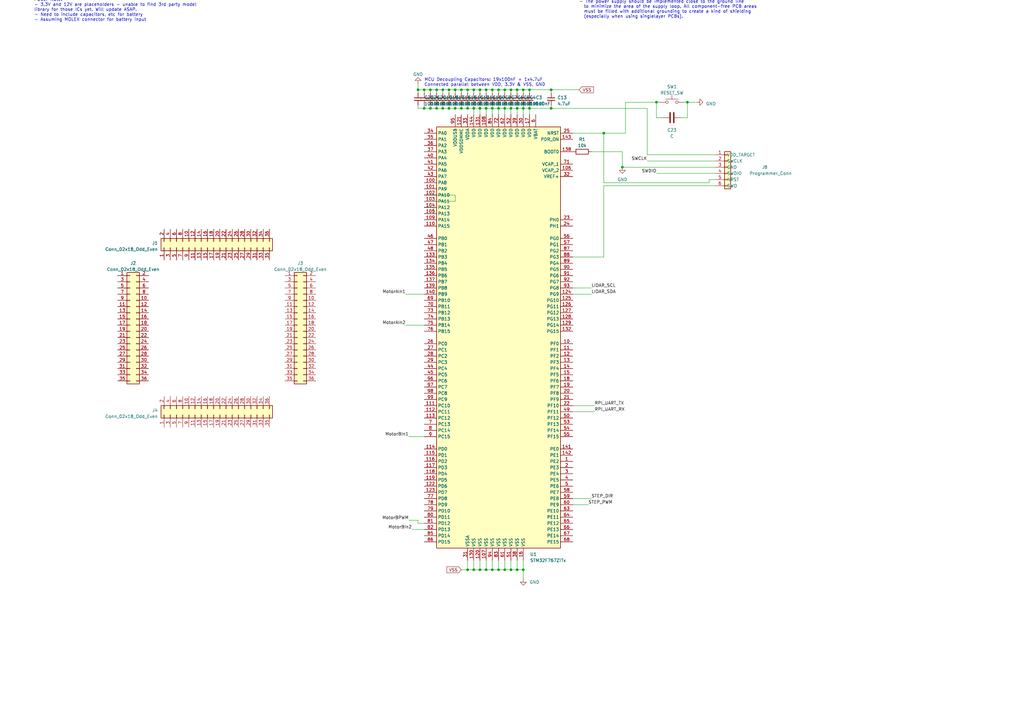
<source format=kicad_sch>
(kicad_sch (version 20230121) (generator eeschema)
  (paper "A3")
  (lib_symbols
    (symbol "Connector_Generic:Conn_02x18_Odd_Even" (pin_names (offset 1.016) hide)
      (property "Reference" "J" (at 1.27 22.86 0))
      (property "Value" "Conn_02x18_Odd_Even" (at 1.27 -25.4 0))
      (symbol "Conn_02x18_Odd_Even_1_1"
        (rectangle (start -1.27 -22.733) (end 0 -22.987) (stroke (width 0.1524)))
        (rectangle (start -1.27 -20.193) (end 0 -20.447) (stroke (width 0.1524)))
        (rectangle (start -1.27 -17.653) (end 0 -17.907) (stroke (width 0.1524)))
        (rectangle (start -1.27 -15.113) (end 0 -15.367) (stroke (width 0.1524)))
        (rectangle (start -1.27 -12.573) (end 0 -12.827) (stroke (width 0.1524)))
        (rectangle (start -1.27 -10.033) (end 0 -10.287) (stroke (width 0.1524)))
        (rectangle (start -1.27 -7.493) (end 0 -7.747) (stroke (width 0.1524)))
        (rectangle (start -1.27 -4.953) (end 0 -5.207) (stroke (width 0.1524)))
        (rectangle (start -1.27 -2.413) (end 0 -2.667) (stroke (width 0.1524)))
        (rectangle (start -1.27 0.127) (end 0 -0.127) (stroke (width 0.1524)))
        (rectangle (start -1.27 2.667) (end 0 2.413) (stroke (width 0.1524)))
        (rectangle (start -1.27 5.207) (end 0 4.953) (stroke (width 0.1524)))
        (rectangle (start -1.27 7.747) (end 0 7.493) (stroke (width 0.1524)))
        (rectangle (start -1.27 10.287) (end 0 10.033) (stroke (width 0.1524)))
        (rectangle (start -1.27 12.827) (end 0 12.573) (stroke (width 0.1524)))
        (rectangle (start -1.27 15.367) (end 0 15.113) (stroke (width 0.1524)))
        (rectangle (start -1.27 17.907) (end 0 17.653) (stroke (width 0.1524)))
        (rectangle (start -1.27 20.447) (end 0 20.193) (stroke (width 0.1524)))
        (rectangle (start -1.27 21.59) (end 3.81 -24.13) (stroke (width 0.254)) (fill (type background)))
        (rectangle (start 3.81 -22.733) (end 2.54 -22.987) (stroke (width 0.1524)))
        (rectangle (start 3.81 -20.193) (end 2.54 -20.447) (stroke (width 0.1524)))
        (rectangle (start 3.81 -17.653) (end 2.54 -17.907) (stroke (width 0.1524)))
        (rectangle (start 3.81 -15.113) (end 2.54 -15.367) (stroke (width 0.1524)))
        (rectangle (start 3.81 -12.573) (end 2.54 -12.827) (stroke (width 0.1524)))
        (rectangle (start 3.81 -10.033) (end 2.54 -10.287) (stroke (width 0.1524)))
        (rectangle (start 3.81 -7.493) (end 2.54 -7.747) (stroke (width 0.1524)))
        (rectangle (start 3.81 -4.953) (end 2.54 -5.207) (stroke (width 0.1524)))
        (rectangle (start 3.81 -2.413) (end 2.54 -2.667) (stroke (width 0.1524)))
        (rectangle (start 3.81 0.127) (end 2.54 -0.127) (stroke (width 0.1524)))
        (rectangle (start 3.81 2.667) (end 2.54 2.413) (stroke (width 0.1524)))
        (rectangle (start 3.81 5.207) (end 2.54 4.953) (stroke (width 0.1524)))
        (rectangle (start 3.81 7.747) (end 2.54 7.493) (stroke (width 0.1524)))
        (rectangle (start 3.81 10.287) (end 2.54 10.033) (stroke (width 0.1524)))
        (rectangle (start 3.81 12.827) (end 2.54 12.573) (stroke (width 0.1524)))
        (rectangle (start 3.81 15.367) (end 2.54 15.113) (stroke (width 0.1524)))
        (rectangle (start 3.81 17.907) (end 2.54 17.653) (stroke (width 0.1524)))
        (rectangle (start 3.81 20.447) (end 2.54 20.193) (stroke (width 0.1524)))
        (pin passive line (at -5.08 20.32 0) (length 3.81) (name "Pin_1") (number "1"))
        (pin passive line (at 7.62 10.16 180) (length 3.81) (name "Pin_10") (number "10"))
        (pin passive line (at -5.08 7.62 0) (length 3.81) (name "Pin_11") (number "11"))
        (pin passive line (at 7.62 7.62 180) (length 3.81) (name "Pin_12") (number "12"))
        (pin passive line (at -5.08 5.08 0) (length 3.81) (name "Pin_13") (number "13"))
        (pin passive line (at 7.62 5.08 180) (length 3.81) (name "Pin_14") (number "14"))
        (pin passive line (at -5.08 2.54 0) (length 3.81) (name "Pin_15") (number "15"))
        (pin passive line (at 7.62 2.54 180) (length 3.81) (name "Pin_16") (number "16"))
        (pin passive line (at -5.08 0 0) (length 3.81) (name "Pin_17") (number "17"))
        (pin passive line (at 7.62 0 180) (length 3.81) (name "Pin_18") (number "18"))
        (pin passive line (at -5.08 -2.54 0) (length 3.81) (name "Pin_19") (number "19"))
        (pin passive line (at 7.62 20.32 180) (length 3.81) (name "Pin_2") (number "2"))
        (pin passive line (at 7.62 -2.54 180) (length 3.81) (name "Pin_20") (number "20"))
        (pin passive line (at -5.08 -5.08 0) (length 3.81) (name "Pin_21") (number "21"))
        (pin passive line (at 7.62 -5.08 180) (length 3.81) (name "Pin_22") (number "22"))
        (pin passive line (at -5.08 -7.62 0) (length 3.81) (name "Pin_23") (number "23"))
        (pin passive line (at 7.62 -7.62 180) (length 3.81) (name "Pin_24") (number "24"))
        (pin passive line (at -5.08 -10.16 0) (length 3.81) (name "Pin_25") (number "25"))
        (pin passive line (at 7.62 -10.16 180) (length 3.81) (name "Pin_26") (number "26"))
        (pin passive line (at -5.08 -12.7 0) (length 3.81) (name "Pin_27") (number "27"))
        (pin passive line (at 7.62 -12.7 180) (length 3.81) (name "Pin_28") (number "28"))
        (pin passive line (at -5.08 -15.24 0) (length 3.81) (name "Pin_29") (number "29"))
        (pin passive line (at -5.08 17.78 0) (length 3.81) (name "Pin_3") (number "3"))
        (pin passive line (at 7.62 -15.24 180) (length 3.81) (name "Pin_30") (number "30"))
        (pin passive line (at -5.08 -17.78 0) (length 3.81) (name "Pin_31") (number "31"))
        (pin passive line (at 7.62 -17.78 180) (length 3.81) (name "Pin_32") (number "32"))
        (pin passive line (at -5.08 -20.32 0) (length 3.81) (name "Pin_33") (number "33"))
        (pin passive line (at 7.62 -20.32 180) (length 3.81) (name "Pin_34") (number "34"))
        (pin passive line (at -5.08 -22.86 0) (length 3.81) (name "Pin_35") (number "35"))
        (pin passive line (at 7.62 -22.86 180) (length 3.81) (name "Pin_36") (number "36"))
        (pin passive line (at 7.62 17.78 180) (length 3.81) (name "Pin_4") (number "4"))
        (pin passive line (at -5.08 15.24 0) (length 3.81) (name "Pin_5") (number "5"))
        (pin passive line (at 7.62 15.24 180) (length 3.81) (name "Pin_6") (number "6"))
        (pin passive line (at -5.08 12.7 0) (length 3.81) (name "Pin_7") (number "7"))
        (pin passive line (at 7.62 12.7 180) (length 3.81) (name "Pin_8") (number "8"))
        (pin passive line (at -5.08 10.16 0) (length 3.81) (name "Pin_9") (number "9"))
      )
    )
    (symbol "Device:C" (pin_numbers hide) (pin_names (offset 0.254))
      (property "Reference" "C" (at 0.635 2.54 0))
      (property "Value" "C" (at 0.635 -2.54 0))
      (symbol "C_0_1"
        (polyline (pts (xy -2.032 -0.762) (xy 2.032 -0.762)) (stroke (width 0.508)))
        (polyline (pts (xy -2.032 0.762) (xy 2.032 0.762)) (stroke (width 0.508)))
      )
      (symbol "C_1_1"
        (pin passive line (at 0 3.81 270) (length 2.794) (name "~") (number "1"))
        (pin passive line (at 0 -3.81 90) (length 2.794) (name "~") (number "2"))
      )
    )
    (symbol "Device:C_Small" (pin_numbers hide) (pin_names (offset 0.254) hide)
      (property "Reference" "C" (at 0.254 1.778 0))
      (property "Value" "C_Small" (at 0.254 -2.032 0))
      (symbol "C_Small_0_1"
        (polyline (pts (xy -1.524 -0.508) (xy 1.524 -0.508)) (stroke (width 0.3302)))
        (polyline (pts (xy -1.524 0.508) (xy 1.524 0.508)) (stroke (width 0.3048)))
      )
      (symbol "C_Small_1_1"
        (pin passive line (at 0 2.54 270) (length 2.032) (name "~") (number "1"))
        (pin passive line (at 0 -2.54 90) (length 2.032) (name "~") (number "2"))
      )
    )
    (symbol "Device:R" (pin_numbers hide) (pin_names (offset 0))
      (property "Reference" "R" (at 2.032 0 90))
      (property "Value" "R" (at 0 0 90))
      (symbol "R_0_1"
        (rectangle (start -1.016 -2.54) (end 1.016 2.54) (stroke (width 0.254)))
      )
      (symbol "R_1_1"
        (pin passive line (at 0 3.81 270) (length 1.27) (name "~") (number "1"))
        (pin passive line (at 0 -3.81 90) (length 1.27) (name "~") (number "2"))
      )
    )
    (symbol "MCU_ST_STM32F7:STM32F767ZITx"
      (property "Reference" "U" (at -25.4 87.63 0))
      (property "Value" "STM32F767ZITx" (at 20.32 87.63 0))
      (symbol "STM32F767ZITx_0_1"
        (rectangle (start -25.4 -86.36) (end 25.4 86.36) (stroke (width 0.254)) (fill (type background)))
      )
      (symbol "STM32F767ZITx_1_1"
        (pin bidirectional line (at -30.48 -50.8 0) (length 5.08) (name "PE2") (number "1"))
        (pin bidirectional line (at -30.48 -2.54 0) (length 5.08) (name "PF0") (number "10"))
        (pin bidirectional line (at 30.48 63.5 180) (length 5.08) (name "PA8") (number "100"))
        (pin bidirectional line (at 30.48 60.96 180) (length 5.08) (name "PA9") (number "101"))
        (pin bidirectional line (at 30.48 58.42 180) (length 5.08) (name "PA10") (number "102"))
        (pin bidirectional line (at 30.48 55.88 180) (length 5.08) (name "PA11") (number "103"))
        (pin bidirectional line (at 30.48 53.34 180) (length 5.08) (name "PA12") (number "104"))
        (pin bidirectional line (at 30.48 50.8 180) (length 5.08) (name "PA13") (number "105"))
        (pin power_in line (at -30.48 68.58 0) (length 5.08) (name "VCAP_2") (number "106"))
        (pin power_in line (at 5.08 -91.44 90) (length 5.08) (name "VSS") (number "107"))
        (pin power_in line (at 5.08 91.44 270) (length 5.08) (name "VDD") (number "108"))
        (pin bidirectional line (at 30.48 48.26 180) (length 5.08) (name "PA14") (number "109"))
        (pin bidirectional line (at -30.48 -5.08 0) (length 5.08) (name "PF1") (number "11"))
        (pin bidirectional line (at 30.48 45.72 180) (length 5.08) (name "PA15") (number "110"))
        (pin bidirectional line (at 30.48 -27.94 180) (length 5.08) (name "PC10") (number "111"))
        (pin bidirectional line (at 30.48 -30.48 180) (length 5.08) (name "PC11") (number "112"))
        (pin bidirectional line (at 30.48 -33.02 180) (length 5.08) (name "PC12") (number "113"))
        (pin bidirectional line (at 30.48 -45.72 180) (length 5.08) (name "PD0") (number "114"))
        (pin bidirectional line (at 30.48 -48.26 180) (length 5.08) (name "PD1") (number "115"))
        (pin bidirectional line (at 30.48 -50.8 180) (length 5.08) (name "PD2") (number "116"))
        (pin bidirectional line (at 30.48 -53.34 180) (length 5.08) (name "PD3") (number "117"))
        (pin bidirectional line (at 30.48 -55.88 180) (length 5.08) (name "PD4") (number "118"))
        (pin bidirectional line (at 30.48 -58.42 180) (length 5.08) (name "PD5") (number "119"))
        (pin bidirectional line (at -30.48 -7.62 0) (length 5.08) (name "PF2") (number "12"))
        (pin power_in line (at 7.62 -91.44 90) (length 5.08) (name "VSS") (number "120"))
        (pin power_in line (at 15.24 91.44 270) (length 5.08) (name "VDDSDMMC") (number "121"))
        (pin bidirectional line (at 30.48 -60.96 180) (length 5.08) (name "PD6") (number "122"))
        (pin bidirectional line (at 30.48 -63.5 180) (length 5.08) (name "PD7") (number "123"))
        (pin bidirectional line (at -30.48 17.78 0) (length 5.08) (name "PG9") (number "124"))
        (pin bidirectional line (at -30.48 15.24 0) (length 5.08) (name "PG10") (number "125"))
        (pin bidirectional line (at -30.48 12.7 0) (length 5.08) (name "PG11") (number "126"))
        (pin bidirectional line (at -30.48 10.16 0) (length 5.08) (name "PG12") (number "127"))
        (pin bidirectional line (at -30.48 7.62 0) (length 5.08) (name "PG13") (number "128"))
        (pin bidirectional line (at -30.48 5.08 0) (length 5.08) (name "PG14") (number "129"))
        (pin bidirectional line (at -30.48 -10.16 0) (length 5.08) (name "PF3") (number "13"))
        (pin power_in line (at 10.16 -91.44 90) (length 5.08) (name "VSS") (number "130"))
        (pin power_in line (at 7.62 91.44 270) (length 5.08) (name "VDD") (number "131"))
        (pin bidirectional line (at -30.48 2.54 0) (length 5.08) (name "PG15") (number "132"))
        (pin bidirectional line (at 30.48 33.02 180) (length 5.08) (name "PB3") (number "133"))
        (pin bidirectional line (at 30.48 30.48 180) (length 5.08) (name "PB4") (number "134"))
        (pin bidirectional line (at 30.48 27.94 180) (length 5.08) (name "PB5") (number "135"))
        (pin bidirectional line (at 30.48 25.4 180) (length 5.08) (name "PB6") (number "136"))
        (pin bidirectional line (at 30.48 22.86 180) (length 5.08) (name "PB7") (number "137"))
        (pin input line (at -30.48 76.2 0) (length 5.08) (name "BOOT0") (number "138"))
        (pin bidirectional line (at 30.48 20.32 180) (length 5.08) (name "PB8") (number "139"))
        (pin bidirectional line (at -30.48 -12.7 0) (length 5.08) (name "PF4") (number "14"))
        (pin bidirectional line (at 30.48 17.78 180) (length 5.08) (name "PB9") (number "140"))
        (pin bidirectional line (at -30.48 -45.72 0) (length 5.08) (name "PE0") (number "141"))
        (pin bidirectional line (at -30.48 -48.26 0) (length 5.08) (name "PE1") (number "142"))
        (pin input line (at -30.48 81.28 0) (length 5.08) (name "PDR_ON") (number "143"))
        (pin power_in line (at 10.16 91.44 270) (length 5.08) (name "VDD") (number "144"))
        (pin bidirectional line (at -30.48 -15.24 0) (length 5.08) (name "PF5") (number "15"))
        (pin power_in line (at -10.16 -91.44 90) (length 5.08) (name "VSS") (number "16"))
        (pin power_in line (at -12.7 91.44 270) (length 5.08) (name "VDD") (number "17"))
        (pin bidirectional line (at -30.48 -17.78 0) (length 5.08) (name "PF6") (number "18"))
        (pin bidirectional line (at -30.48 -20.32 0) (length 5.08) (name "PF7") (number "19"))
        (pin bidirectional line (at -30.48 -53.34 0) (length 5.08) (name "PE3") (number "2"))
        (pin bidirectional line (at -30.48 -22.86 0) (length 5.08) (name "PF8") (number "20"))
        (pin bidirectional line (at -30.48 -25.4 0) (length 5.08) (name "PF9") (number "21"))
        (pin bidirectional line (at -30.48 -27.94 0) (length 5.08) (name "PF10") (number "22"))
        (pin input line (at -30.48 48.26 0) (length 5.08) (name "PH0") (number "23"))
        (pin input line (at -30.48 45.72 0) (length 5.08) (name "PH1") (number "24"))
        (pin input line (at -30.48 83.82 0) (length 5.08) (name "NRST") (number "25"))
        (pin bidirectional line (at 30.48 -2.54 180) (length 5.08) (name "PC0") (number "26"))
        (pin bidirectional line (at 30.48 -5.08 180) (length 5.08) (name "PC1") (number "27"))
        (pin bidirectional line (at 30.48 -7.62 180) (length 5.08) (name "PC2") (number "28"))
        (pin bidirectional line (at 30.48 -10.16 180) (length 5.08) (name "PC3") (number "29"))
        (pin bidirectional line (at -30.48 -55.88 0) (length 5.08) (name "PE4") (number "3"))
        (pin power_in line (at -10.16 91.44 270) (length 5.08) (name "VDD") (number "30"))
        (pin power_in line (at 12.7 -91.44 90) (length 5.08) (name "VSSA") (number "31"))
        (pin power_in line (at -30.48 66.04 0) (length 5.08) (name "VREF+") (number "32"))
        (pin power_in line (at 12.7 91.44 270) (length 5.08) (name "VDDA") (number "33"))
        (pin bidirectional line (at 30.48 83.82 180) (length 5.08) (name "PA0") (number "34"))
        (pin bidirectional line (at 30.48 81.28 180) (length 5.08) (name "PA1") (number "35"))
        (pin bidirectional line (at 30.48 78.74 180) (length 5.08) (name "PA2") (number "36"))
        (pin bidirectional line (at 30.48 76.2 180) (length 5.08) (name "PA3") (number "37"))
        (pin power_in line (at -7.62 -91.44 90) (length 5.08) (name "VSS") (number "38"))
        (pin power_in line (at -7.62 91.44 270) (length 5.08) (name "VDD") (number "39"))
        (pin bidirectional line (at -30.48 -58.42 0) (length 5.08) (name "PE5") (number "4"))
        (pin bidirectional line (at 30.48 73.66 180) (length 5.08) (name "PA4") (number "40"))
        (pin bidirectional line (at 30.48 71.12 180) (length 5.08) (name "PA5") (number "41"))
        (pin bidirectional line (at 30.48 68.58 180) (length 5.08) (name "PA6") (number "42"))
        (pin bidirectional line (at 30.48 66.04 180) (length 5.08) (name "PA7") (number "43"))
        (pin bidirectional line (at 30.48 -12.7 180) (length 5.08) (name "PC4") (number "44"))
        (pin bidirectional line (at 30.48 -15.24 180) (length 5.08) (name "PC5") (number "45"))
        (pin bidirectional line (at 30.48 40.64 180) (length 5.08) (name "PB0") (number "46"))
        (pin bidirectional line (at 30.48 38.1 180) (length 5.08) (name "PB1") (number "47"))
        (pin bidirectional line (at 30.48 35.56 180) (length 5.08) (name "PB2") (number "48"))
        (pin bidirectional line (at -30.48 -30.48 0) (length 5.08) (name "PF11") (number "49"))
        (pin bidirectional line (at -30.48 -60.96 0) (length 5.08) (name "PE6") (number "5"))
        (pin bidirectional line (at -30.48 -33.02 0) (length 5.08) (name "PF12") (number "50"))
        (pin power_in line (at -5.08 -91.44 90) (length 5.08) (name "VSS") (number "51"))
        (pin power_in line (at -5.08 91.44 270) (length 5.08) (name "VDD") (number "52"))
        (pin bidirectional line (at -30.48 -35.56 0) (length 5.08) (name "PF13") (number "53"))
        (pin bidirectional line (at -30.48 -38.1 0) (length 5.08) (name "PF14") (number "54"))
        (pin bidirectional line (at -30.48 -40.64 0) (length 5.08) (name "PF15") (number "55"))
        (pin bidirectional line (at -30.48 40.64 0) (length 5.08) (name "PG0") (number "56"))
        (pin bidirectional line (at -30.48 38.1 0) (length 5.08) (name "PG1") (number "57"))
        (pin bidirectional line (at -30.48 -63.5 0) (length 5.08) (name "PE7") (number "58"))
        (pin bidirectional line (at -30.48 -66.04 0) (length 5.08) (name "PE8") (number "59"))
        (pin power_in line (at -15.24 91.44 270) (length 5.08) (name "VBAT") (number "6"))
        (pin bidirectional line (at -30.48 -68.58 0) (length 5.08) (name "PE9") (number "60"))
        (pin power_in line (at -2.54 -91.44 90) (length 5.08) (name "VSS") (number "61"))
        (pin power_in line (at -2.54 91.44 270) (length 5.08) (name "VDD") (number "62"))
        (pin bidirectional line (at -30.48 -71.12 0) (length 5.08) (name "PE10") (number "63"))
        (pin bidirectional line (at -30.48 -73.66 0) (length 5.08) (name "PE11") (number "64"))
        (pin bidirectional line (at -30.48 -76.2 0) (length 5.08) (name "PE12") (number "65"))
        (pin bidirectional line (at -30.48 -78.74 0) (length 5.08) (name "PE13") (number "66"))
        (pin bidirectional line (at -30.48 -81.28 0) (length 5.08) (name "PE14") (number "67"))
        (pin bidirectional line (at -30.48 -83.82 0) (length 5.08) (name "PE15") (number "68"))
        (pin bidirectional line (at 30.48 15.24 180) (length 5.08) (name "PB10") (number "69"))
        (pin bidirectional line (at 30.48 -35.56 180) (length 5.08) (name "PC13") (number "7"))
        (pin bidirectional line (at 30.48 12.7 180) (length 5.08) (name "PB11") (number "70"))
        (pin power_in line (at -30.48 71.12 0) (length 5.08) (name "VCAP_1") (number "71"))
        (pin power_in line (at 0 91.44 270) (length 5.08) (name "VDD") (number "72"))
        (pin bidirectional line (at 30.48 10.16 180) (length 5.08) (name "PB12") (number "73"))
        (pin bidirectional line (at 30.48 7.62 180) (length 5.08) (name "PB13") (number "74"))
        (pin bidirectional line (at 30.48 5.08 180) (length 5.08) (name "PB14") (number "75"))
        (pin bidirectional line (at 30.48 2.54 180) (length 5.08) (name "PB15") (number "76"))
        (pin bidirectional line (at 30.48 -66.04 180) (length 5.08) (name "PD8") (number "77"))
        (pin bidirectional line (at 30.48 -68.58 180) (length 5.08) (name "PD9") (number "78"))
        (pin bidirectional line (at 30.48 -71.12 180) (length 5.08) (name "PD10") (number "79"))
        (pin bidirectional line (at 30.48 -38.1 180) (length 5.08) (name "PC14") (number "8"))
        (pin bidirectional line (at 30.48 -73.66 180) (length 5.08) (name "PD11") (number "80"))
        (pin bidirectional line (at 30.48 -76.2 180) (length 5.08) (name "PD12") (number "81"))
        (pin bidirectional line (at 30.48 -78.74 180) (length 5.08) (name "PD13") (number "82"))
        (pin power_in line (at 0 -91.44 90) (length 5.08) (name "VSS") (number "83"))
        (pin power_in line (at 2.54 91.44 270) (length 5.08) (name "VDD") (number "84"))
        (pin bidirectional line (at 30.48 -81.28 180) (length 5.08) (name "PD14") (number "85"))
        (pin bidirectional line (at 30.48 -83.82 180) (length 5.08) (name "PD15") (number "86"))
        (pin bidirectional line (at -30.48 35.56 0) (length 5.08) (name "PG2") (number "87"))
        (pin bidirectional line (at -30.48 33.02 0) (length 5.08) (name "PG3") (number "88"))
        (pin bidirectional line (at -30.48 30.48 0) (length 5.08) (name "PG4") (number "89"))
        (pin bidirectional line (at 30.48 -40.64 180) (length 5.08) (name "PC15") (number "9"))
        (pin bidirectional line (at -30.48 27.94 0) (length 5.08) (name "PG5") (number "90"))
        (pin bidirectional line (at -30.48 25.4 0) (length 5.08) (name "PG6") (number "91"))
        (pin bidirectional line (at -30.48 22.86 0) (length 5.08) (name "PG7") (number "92"))
        (pin bidirectional line (at -30.48 20.32 0) (length 5.08) (name "PG8") (number "93"))
        (pin power_in line (at 2.54 -91.44 90) (length 5.08) (name "VSS") (number "94"))
        (pin power_in line (at 17.78 91.44 270) (length 5.08) (name "VDDUSB") (number "95"))
        (pin bidirectional line (at 30.48 -17.78 180) (length 5.08) (name "PC6") (number "96"))
        (pin bidirectional line (at 30.48 -20.32 180) (length 5.08) (name "PC7") (number "97"))
        (pin bidirectional line (at 30.48 -22.86 180) (length 5.08) (name "PC8") (number "98"))
        (pin bidirectional line (at 30.48 -25.4 180) (length 5.08) (name "PC9") (number "99"))
      )
    )
    (symbol "Switch:SW_Push" (pin_numbers hide) (pin_names (offset 1.016) hide)
      (property "Reference" "SW" (at 1.27 2.54 0))
      (property "Value" "SW_Push" (at 0 -1.524 0))
      (symbol "SW_Push_0_1"
        (circle (center -2.032 0) (radius 0.508))
        (polyline (pts (xy 0 1.27) (xy 0 3.048)))
        (polyline (pts (xy 2.54 1.27) (xy -2.54 1.27)))
        (circle (center 2.032 0) (radius 0.508))
        (pin passive line (at -5.08 0 0) (length 2.54) (name "1") (number "1"))
        (pin passive line (at 5.08 0 180) (length 2.54) (name "2") (number "2"))
      )
    )
    (symbol "finalProj:Programmer_Conn" (pin_names (offset 1.016))
      (property "Reference" "J" (at 0 7.62 0))
      (property "Value" "Programmer_Conn" (at 0 -10.16 0))
      (symbol "Programmer_Conn_1_1"
        (rectangle (start -1.27 -7.493) (end 0 -7.747) (stroke (width 0.1524)))
        (rectangle (start -1.27 -4.953) (end 0 -5.207) (stroke (width 0.1524)))
        (rectangle (start -1.27 -2.413) (end 0 -2.667) (stroke (width 0.1524)))
        (rectangle (start -1.27 0.127) (end 0 -0.127) (stroke (width 0.1524)))
        (rectangle (start -1.27 2.667) (end 0 2.413) (stroke (width 0.1524)))
        (rectangle (start -1.27 5.207) (end 0 4.953) (stroke (width 0.1524)))
        (rectangle (start -1.27 6.35) (end 1.27 -8.89) (stroke (width 0.254)) (fill (type background)))
        (pin passive line (at -5.08 5.08 0) (length 3.81) (name "VDD_TARGET") (number "1"))
        (pin passive line (at -5.08 2.54 0) (length 3.81) (name "SWCLK") (number "2"))
        (pin passive line (at -5.08 0 0) (length 3.81) (name "GND") (number "3"))
        (pin passive line (at -5.08 -2.54 0) (length 3.81) (name "SWDIO") (number "4"))
        (pin passive line (at -5.08 -5.08 0) (length 3.81) (name "NRST") (number "5"))
        (pin passive line (at -5.08 -7.62 0) (length 3.81) (name "SWO") (number "6"))
      )
    )
    (symbol "power:GND" (power) (pin_names (offset 0))
      (property "Value" "GND" (at 0 -3.81 0))
      (symbol "GND_0_1"
        (polyline (pts (xy 0 0) (xy 0 -1.27) (xy 1.27 -1.27) (xy 0 -2.54) (xy -1.27 -1.27) (xy 0 -1.27)))
      )
      (symbol "GND_1_1"
        (pin power_in line (at 0 0 270) (length 0) hide (name "GND") (number "1"))
      )
    )
  )
  (junction (at 191.77 36.83))
  (junction (at 212.09 36.83))
  (junction (at 184.15 44.45))
  (junction (at 255.27 68.58))
  (junction (at 201.93 36.83))
  (junction (at 269.24 41.91))
  (junction (at 191.77 44.45))
  (junction (at 181.61 44.45))
  (junction (at 186.69 44.45))
  (junction (at 209.55 233.68))
  (junction (at 201.93 233.68))
  (junction (at 204.47 233.68))
  (junction (at 173.99 36.83))
  (junction (at 196.85 44.45))
  (junction (at 176.53 36.83))
  (junction (at 179.07 44.45))
  (junction (at 199.39 44.45))
  (junction (at 207.01 36.83))
  (junction (at 207.01 44.45))
  (junction (at 189.23 36.83))
  (junction (at 214.63 36.83))
  (junction (at 209.55 36.83))
  (junction (at 281.94 41.91))
  (junction (at 207.01 233.68))
  (junction (at 217.17 44.45))
  (junction (at 196.85 233.68))
  (junction (at 186.69 36.83))
  (junction (at 226.06 36.83))
  (junction (at 204.47 44.45))
  (junction (at 214.63 233.68))
  (junction (at 179.07 36.83))
  (junction (at 176.53 44.45))
  (junction (at 209.55 44.45))
  (junction (at 171.45 36.83))
  (junction (at 191.77 233.68))
  (junction (at 194.31 36.83))
  (junction (at 247.65 54.61))
  (junction (at 173.99 44.45))
  (junction (at 194.31 44.45))
  (junction (at 181.61 36.83))
  (junction (at 204.47 36.83))
  (junction (at 196.85 36.83))
  (junction (at 194.31 233.68))
  (junction (at 199.39 233.68))
  (junction (at 212.09 44.45))
  (junction (at 199.39 36.83))
  (junction (at 226.06 44.45))
  (junction (at 217.17 36.83))
  (junction (at 201.93 44.45))
  (junction (at 214.63 44.45))
  (junction (at 184.15 36.83))
  (junction (at 212.09 233.68))
  (junction (at 189.23 44.45))
  (wire (pts (xy 207.01 229.87) (xy 207.01 233.68)))
  (wire (pts (xy 247.65 74.93) (xy 247.65 54.61)))
  (wire (pts (xy 217.17 38.1) (xy 217.17 36.83)))
  (wire (pts (xy 176.53 36.83) (xy 179.07 36.83)))
  (wire (pts (xy 191.77 43.18) (xy 191.77 44.45)))
  (wire (pts (xy 242.57 62.23) (xy 255.27 62.23)))
  (wire (pts (xy 269.24 41.91) (xy 269.24 48.26)))
  (wire (pts (xy 226.06 44.45) (xy 265.43 44.45)))
  (wire (pts (xy 209.55 233.68) (xy 212.09 233.68)))
  (wire (pts (xy 290.83 74.93) (xy 290.83 73.66)))
  (wire (pts (xy 269.24 71.12) (xy 293.37 71.12)))
  (wire (pts (xy 194.31 44.45) (xy 194.31 46.99)))
  (wire (pts (xy 166.37 120.65) (xy 173.99 120.65)))
  (wire (pts (xy 181.61 36.83) (xy 181.61 38.1)))
  (wire (pts (xy 199.39 44.45) (xy 201.93 44.45)))
  (wire (pts (xy 191.77 44.45) (xy 194.31 44.45)))
  (wire (pts (xy 207.01 44.45) (xy 209.55 44.45)))
  (wire (pts (xy 209.55 36.83) (xy 212.09 36.83)))
  (wire (pts (xy 181.61 43.18) (xy 181.61 44.45)))
  (wire (pts (xy 247.65 54.61) (xy 234.95 54.61)))
  (wire (pts (xy 209.55 44.45) (xy 212.09 44.45)))
  (wire (pts (xy 179.07 36.83) (xy 179.07 38.1)))
  (wire (pts (xy 171.45 44.45) (xy 173.99 44.45)))
  (wire (pts (xy 214.63 43.18) (xy 214.63 44.45)))
  (wire (pts (xy 281.94 48.26) (xy 281.94 41.91)))
  (wire (pts (xy 194.31 233.68) (xy 196.85 233.68)))
  (wire (pts (xy 207.01 233.68) (xy 209.55 233.68)))
  (wire (pts (xy 189.23 43.18) (xy 189.23 44.45)))
  (wire (pts (xy 209.55 43.18) (xy 209.55 44.45)))
  (wire (pts (xy 293.37 63.5) (xy 265.43 63.5)))
  (wire (pts (xy 234.95 168.91) (xy 243.84 168.91)))
  (wire (pts (xy 166.37 133.35) (xy 173.99 133.35)))
  (wire (pts (xy 234.95 105.41) (xy 247.65 105.41)))
  (wire (pts (xy 196.85 44.45) (xy 196.85 46.99)))
  (wire (pts (xy 293.37 66.04) (xy 265.43 66.04)))
  (wire (pts (xy 171.45 43.18) (xy 171.45 44.45)))
  (wire (pts (xy 199.39 38.1) (xy 199.39 36.83)))
  (wire (pts (xy 234.95 207.01) (xy 241.3 207.01)))
  (wire (pts (xy 171.45 34.29) (xy 171.45 36.83)))
  (wire (pts (xy 176.53 43.18) (xy 176.53 44.45)))
  (wire (pts (xy 177.8 87.63) (xy 173.99 87.63)))
  (wire (pts (xy 209.55 44.45) (xy 209.55 46.99)))
  (wire (pts (xy 201.93 38.1) (xy 201.93 36.83)))
  (wire (pts (xy 186.69 82.55) (xy 173.99 82.55)))
  (wire (pts (xy 173.99 36.83) (xy 173.99 38.1)))
  (wire (pts (xy 256.54 41.91) (xy 256.54 54.61)))
  (wire (pts (xy 184.15 43.18) (xy 184.15 44.45)))
  (wire (pts (xy 247.65 54.61) (xy 256.54 54.61)))
  (wire (pts (xy 204.47 36.83) (xy 207.01 36.83)))
  (wire (pts (xy 281.94 41.91) (xy 285.75 41.91)))
  (wire (pts (xy 189.23 36.83) (xy 191.77 36.83)))
  (wire (pts (xy 207.01 43.18) (xy 207.01 44.45)))
  (wire (pts (xy 186.69 44.45) (xy 189.23 44.45)))
  (wire (pts (xy 214.63 36.83) (xy 217.17 36.83)))
  (wire (pts (xy 226.06 38.1) (xy 226.06 36.83)))
  (wire (pts (xy 189.23 233.68) (xy 191.77 233.68)))
  (wire (pts (xy 269.24 41.91) (xy 256.54 41.91)))
  (wire (pts (xy 247.65 74.93) (xy 290.83 74.93)))
  (wire (pts (xy 191.77 229.87) (xy 191.77 233.68)))
  (wire (pts (xy 179.07 36.83) (xy 181.61 36.83)))
  (wire (pts (xy 255.27 62.23) (xy 255.27 68.58)))
  (wire (pts (xy 212.09 38.1) (xy 212.09 36.83)))
  (wire (pts (xy 201.93 43.18) (xy 201.93 44.45)))
  (wire (pts (xy 186.69 80.01) (xy 173.99 80.01)))
  (wire (pts (xy 199.39 229.87) (xy 199.39 233.68)))
  (wire (pts (xy 173.99 214.63) (xy 171.45 214.63)))
  (wire (pts (xy 217.17 44.45) (xy 217.17 46.99)))
  (wire (pts (xy 201.93 44.45) (xy 201.93 46.99)))
  (wire (pts (xy 212.09 43.18) (xy 212.09 44.45)))
  (wire (pts (xy 179.07 44.45) (xy 181.61 44.45)))
  (wire (pts (xy 247.65 105.41) (xy 247.65 76.2)))
  (wire (pts (xy 186.69 82.55) (xy 186.69 80.01)))
  (wire (pts (xy 279.4 48.26) (xy 281.94 48.26)))
  (wire (pts (xy 186.69 36.83) (xy 186.69 38.1)))
  (wire (pts (xy 191.77 36.83) (xy 191.77 38.1)))
  (wire (pts (xy 234.95 118.11) (xy 242.57 118.11)))
  (wire (pts (xy 176.53 36.83) (xy 176.53 38.1)))
  (wire (pts (xy 173.99 36.83) (xy 176.53 36.83)))
  (wire (pts (xy 194.31 43.18) (xy 194.31 44.45)))
  (wire (pts (xy 265.43 44.45) (xy 265.43 63.5)))
  (wire (pts (xy 168.91 217.17) (xy 173.99 217.17)))
  (wire (pts (xy 176.53 44.45) (xy 179.07 44.45)))
  (wire (pts (xy 173.99 43.18) (xy 173.99 44.45)))
  (wire (pts (xy 201.93 44.45) (xy 204.47 44.45)))
  (wire (pts (xy 201.93 233.68) (xy 204.47 233.68)))
  (wire (pts (xy 191.77 36.83) (xy 194.31 36.83)))
  (wire (pts (xy 212.09 229.87) (xy 212.09 233.68)))
  (wire (pts (xy 212.09 44.45) (xy 212.09 46.99)))
  (wire (pts (xy 290.83 73.66) (xy 293.37 73.66)))
  (wire (pts (xy 171.45 36.83) (xy 173.99 36.83)))
  (wire (pts (xy 171.45 213.36) (xy 167.64 213.36)))
  (wire (pts (xy 179.07 43.18) (xy 179.07 44.45)))
  (wire (pts (xy 280.67 41.91) (xy 281.94 41.91)))
  (wire (pts (xy 196.85 38.1) (xy 196.85 36.83)))
  (wire (pts (xy 184.15 44.45) (xy 186.69 44.45)))
  (wire (pts (xy 177.8 85.09) (xy 173.99 85.09)))
  (wire (pts (xy 214.63 44.45) (xy 217.17 44.45)))
  (wire (pts (xy 201.93 36.83) (xy 204.47 36.83)))
  (wire (pts (xy 171.45 36.83) (xy 171.45 38.1)))
  (wire (pts (xy 217.17 36.83) (xy 226.06 36.83)))
  (wire (pts (xy 194.31 36.83) (xy 196.85 36.83)))
  (wire (pts (xy 186.69 36.83) (xy 189.23 36.83)))
  (wire (pts (xy 199.39 36.83) (xy 201.93 36.83)))
  (wire (pts (xy 194.31 229.87) (xy 194.31 233.68)))
  (wire (pts (xy 271.78 48.26) (xy 269.24 48.26)))
  (wire (pts (xy 204.47 38.1) (xy 204.47 36.83)))
  (wire (pts (xy 212.09 233.68) (xy 214.63 233.68)))
  (wire (pts (xy 234.95 204.47) (xy 242.57 204.47)))
  (wire (pts (xy 196.85 43.18) (xy 196.85 44.45)))
  (wire (pts (xy 194.31 38.1) (xy 194.31 36.83)))
  (wire (pts (xy 234.95 166.37) (xy 243.84 166.37)))
  (wire (pts (xy 217.17 43.18) (xy 217.17 44.45)))
  (wire (pts (xy 196.85 229.87) (xy 196.85 233.68)))
  (wire (pts (xy 181.61 36.83) (xy 184.15 36.83)))
  (wire (pts (xy 204.47 43.18) (xy 204.47 44.45)))
  (wire (pts (xy 196.85 233.68) (xy 199.39 233.68)))
  (wire (pts (xy 191.77 233.68) (xy 194.31 233.68)))
  (wire (pts (xy 184.15 36.83) (xy 184.15 38.1)))
  (wire (pts (xy 214.63 233.68) (xy 214.63 237.49)))
  (wire (pts (xy 214.63 229.87) (xy 214.63 233.68)))
  (wire (pts (xy 181.61 44.45) (xy 184.15 44.45)))
  (wire (pts (xy 209.55 229.87) (xy 209.55 233.68)))
  (wire (pts (xy 212.09 44.45) (xy 214.63 44.45)))
  (wire (pts (xy 209.55 38.1) (xy 209.55 36.83)))
  (wire (pts (xy 196.85 36.83) (xy 199.39 36.83)))
  (wire (pts (xy 217.17 44.45) (xy 226.06 44.45)))
  (wire (pts (xy 199.39 43.18) (xy 199.39 44.45)))
  (wire (pts (xy 207.01 44.45) (xy 207.01 46.99)))
  (wire (pts (xy 171.45 214.63) (xy 171.45 213.36)))
  (wire (pts (xy 184.15 36.83) (xy 186.69 36.83)))
  (wire (pts (xy 196.85 44.45) (xy 199.39 44.45)))
  (wire (pts (xy 207.01 38.1) (xy 207.01 36.83)))
  (wire (pts (xy 189.23 36.83) (xy 189.23 38.1)))
  (wire (pts (xy 214.63 44.45) (xy 214.63 46.99)))
  (wire (pts (xy 226.06 43.18) (xy 226.06 44.45)))
  (wire (pts (xy 212.09 36.83) (xy 214.63 36.83)))
  (wire (pts (xy 199.39 233.68) (xy 201.93 233.68)))
  (wire (pts (xy 204.47 229.87) (xy 204.47 233.68)))
  (wire (pts (xy 204.47 233.68) (xy 207.01 233.68)))
  (wire (pts (xy 201.93 229.87) (xy 201.93 233.68)))
  (wire (pts (xy 204.47 44.45) (xy 204.47 46.99)))
  (wire (pts (xy 247.65 76.2) (xy 293.37 76.2)))
  (wire (pts (xy 189.23 44.45) (xy 191.77 44.45)))
  (wire (pts (xy 214.63 38.1) (xy 214.63 36.83)))
  (wire (pts (xy 167.64 179.07) (xy 173.99 179.07)))
  (wire (pts (xy 207.01 36.83) (xy 209.55 36.83)))
  (wire (pts (xy 186.69 43.18) (xy 186.69 44.45)))
  (wire (pts (xy 199.39 44.45) (xy 199.39 46.99)))
  (wire (pts (xy 194.31 44.45) (xy 196.85 44.45)))
  (wire (pts (xy 226.06 36.83) (xy 237.49 36.83)))
  (wire (pts (xy 234.95 120.65) (xy 242.57 120.65)))
  (wire (pts (xy 177.8 87.63) (xy 177.8 85.09)))
  (wire (pts (xy 173.99 44.45) (xy 176.53 44.45)))
  (wire (pts (xy 204.47 44.45) (xy 207.01 44.45)))
  (wire (pts (xy 270.51 41.91) (xy 269.24 41.91)))
  (wire (pts (xy 255.27 68.58) (xy 293.37 68.58)))
  (text "MCU Decoupling Capacitors: 19x100nF + 1x4.7uF \nConnected parallel between VDD, 3.3V & VSS, GND" (at 173.99 35.56 0) (effects (font (size 1.27 1.27)) (justify left bottom)))
  (text "RPI Note: \n- Would powering w/ connector to USB be easier?\n" (at 104.14 -8.89 0) (effects (font (size 1.27 1.27)) (justify left bottom)))
  (text "Power Note:\n- 3.3V and 12V are placeholders - unable to find 3rd party model \nlibrary for those ICs yet. Will update ASAP.\n- Need to include capacitors, etc for battery\n- Assuming MOLEX connector for battery input" (at 13.97 8.89 0) (effects (font (size 1.27 1.27)) (justify left bottom)))
  (text "Third party models/symbols to find:\n- NTE966\n- UA78M33QDCYRG4Q1\n- " (at -41.91 19.05 0) (effects (font (size 1.27 1.27)) (justify left bottom)))
  (text "Important MCU Power Considerations: \n-  Each power supply pair should be decoupled with filtering ceramic capacitors\n  (100 nF) and one single tantalum or ceramic capacitor (min. 4.7 μF) connected in parallel.\n  These capacitors need to be placed as close as possible to, or below, the appropriate pins\n  on the underside of the PCB. Typical values are 10 nF to 100 nF, but the exact values\n  depend on the application needs.\n     - Note: Currently working w/ 100 nF as a placeholder. Further reading needed on how to\n             determine required capacitance \n- The power supply should be implemented close to the ground line \n  to minimize the area of the supply loop. All component-free PCB areas \n  must be filled with additional grounding to create a kind of shielding \n  (especially when using singlelayer PCBs)." (at 237.49 7.62 0) (effects (font (size 1.27 1.27)) (justify left bottom)))
  (text " " (at -1.27 6.35 0) (effects (font (size 1.27 1.27)) (justify left bottom)))
  (label "RPI_UART_TX" (at 243.84 166.37 0))
  (label "MotorAIn1" (at 166.37 120.65 180))
  (label "MotorAIn2" (at 166.37 133.35 180))
  (label "LIDAR_SCL" (at 242.57 118.11 0))
  (label "STEP_DIR" (at 242.57 204.47 0))
  (label "RPI_UART_RX" (at 243.84 168.91 0))
  (label "STEP_PWM" (at 241.3 207.01 0))
  (label "MotorBIn1" (at 167.64 179.07 180))
  (label "LIDAR_SDA" (at 242.57 120.65 0))
  (label "MotorBIn2" (at 168.91 217.17 180))
  (label "SWDIO" (at 269.24 71.12 180))
  (label "SWCLK" (at 265.43 66.04 180))
  (label "MotorBPWM" (at 167.64 213.36 180))
  (global_label "VSS" (shape input) (at 237.49 36.83 0) (property "Intersheetrefs" "${INTERSHEET_REFS}" (effects hide)))
  (global_label "VSS" (shape input) (at 189.23 233.68 180) (property "Intersheetrefs" "${INTERSHEET_REFS}" (effects hide)))
  (symbol (lib_id "Device:C_Small") (at 171.45 40.64 0) (unit 1)
    (property "Reference" "C22" (at 173.99 40.0113 0) (effects (justify left)))
    (property "Value" "100nF" (at 173.99 42.5513 0) (effects (justify left)))
  )
  (symbol (lib_id "Connector_Generic:Conn_02x18_Odd_Even") (at 53.34 133.35 0) (unit 1)
    (property "Reference" "J2" (at 54.61 107.95 0))
    (property "Value" "Conn_02x18_Odd_Even" (at 54.61 110.49 0))
  )
  (symbol (lib_id "Device:C_Small") (at 212.09 40.64 0) (unit 1)
    (property "Reference" "C5" (at 214.63 40.0113 0) (effects (justify left)))
    (property "Value" "100nF" (at 214.63 42.5513 0) (effects (justify left)))
  )
  (symbol (lib_id "Device:C_Small") (at 189.23 40.64 0) (unit 1)
    (property "Reference" "C15" (at 191.77 40.0113 0) (effects (justify left)))
    (property "Value" "100nF" (at 191.77 42.5513 0) (effects (justify left)))
  )
  (symbol (lib_id "Device:C_Small") (at 179.07 40.64 0) (unit 1)
    (property "Reference" "C19" (at 181.61 40.0113 0) (effects (justify left)))
    (property "Value" "100nF" (at 181.61 42.5513 0) (effects (justify left)))
  )
  (symbol (lib_id "Device:C_Small") (at 191.77 40.64 0) (unit 1)
    (property "Reference" "C14" (at 194.31 40.0113 0) (effects (justify left)))
    (property "Value" "100nF" (at 194.31 42.5513 0) (effects (justify left)))
  )
  (symbol (lib_id "Device:C_Small") (at 201.93 40.64 0) (unit 1)
    (property "Reference" "C9" (at 204.47 40.0113 0) (effects (justify left)))
    (property "Value" "100nF" (at 204.47 42.5513 0) (effects (justify left)))
  )
  (symbol (lib_id "Device:C_Small") (at 209.55 40.64 0) (unit 1)
    (property "Reference" "C6" (at 212.09 40.0113 0) (effects (justify left)))
    (property "Value" "100nF" (at 212.09 42.5513 0) (effects (justify left)))
  )
  (symbol (lib_id "Device:C_Small") (at 204.47 40.64 0) (unit 1)
    (property "Reference" "C8" (at 207.01 40.0113 0) (effects (justify left)))
    (property "Value" "100nF" (at 207.01 42.5513 0) (effects (justify left)))
  )
  (symbol (lib_id "Device:C_Small") (at 176.53 40.64 0) (unit 1)
    (property "Reference" "C20" (at 179.07 40.0113 0) (effects (justify left)))
    (property "Value" "100nF" (at 179.07 42.5513 0) (effects (justify left)))
  )
  (symbol (lib_id "power:GND") (at 171.45 34.29 180) (unit 1)
    (property "Reference" "#PWR012" (effects hide))
    (property "Value" "GND" (at 171.45 30.48 0))
  )
  (symbol (lib_id "Device:C_Small") (at 184.15 40.64 0) (unit 1)
    (property "Reference" "C17" (at 186.69 40.0113 0) (effects (justify left)))
    (property "Value" "100nF" (at 186.69 42.5513 0) (effects (justify left)))
  )
  (symbol (lib_id "Device:C_Small") (at 207.01 40.64 0) (unit 1)
    (property "Reference" "C7" (at 209.55 40.0113 0) (effects (justify left)))
    (property "Value" "100nF" (at 209.55 42.5513 0) (effects (justify left)))
  )
  (symbol (lib_id "Device:C_Small") (at 217.17 40.64 0) (unit 1)
    (property "Reference" "C3" (at 219.71 40.0113 0) (effects (justify left)))
    (property "Value" "100nF" (at 219.71 42.5513 0) (effects (justify left)))
  )
  (symbol (lib_id "Device:C_Small") (at 186.69 40.64 0) (unit 1)
    (property "Reference" "C16" (at 189.23 40.0113 0) (effects (justify left)))
    (property "Value" "100nF" (at 189.23 42.5513 0) (effects (justify left)))
  )
  (symbol (lib_id "Connector_Generic:Conn_02x18_Odd_Even") (at 87.63 170.18 90) (unit 1)
    (property "Reference" "J4" (at 64.77 168.275 90) (effects (justify left)))
    (property "Value" "Conn_02x18_Odd_Even" (at 64.77 170.815 90) (effects (justify left)))
  )
  (symbol (lib_id "power:GND") (at 255.27 68.58 0) (unit 1)
    (property "Reference" "#PWR0112" (effects hide))
    (property "Value" "GND" (at 255.27 73.66 0))
  )
  (symbol (lib_id "Connector_Generic:Conn_02x18_Odd_Even") (at 87.63 101.6 90) (unit 1)
    (property "Reference" "J1" (at 64.77 99.695 90) (effects (justify left)))
    (property "Value" "Conn_02x18_Odd_Even" (at 64.77 102.235 90) (effects (justify left)))
  )
  (symbol (lib_id "finalProj:Programmer_Conn") (at 298.45 68.58 0) (unit 1)
    (property "Reference" "J8" (at 312.42 68.58 0) (effects (justify left)))
    (property "Value" "Programmer_Conn" (at 307.34 71.12 0) (effects (justify left)))
    (property "Footprint" "Connector_PinHeader_2.54mm:PinHeader_1x06_P2.54mm_Vertical" (effects hide))
  )
  (symbol (lib_id "Device:C_Small") (at 173.99 40.64 0) (unit 1)
    (property "Reference" "C21" (at 176.53 40.0113 0) (effects (justify left)))
    (property "Value" "100nF" (at 176.53 42.5513 0) (effects (justify left)))
  )
  (symbol (lib_id "Connector_Generic:Conn_02x18_Odd_Even") (at 121.92 133.35 0) (unit 1)
    (property "Reference" "J3" (at 123.19 107.95 0))
    (property "Value" "Conn_02x18_Odd_Even" (at 123.19 110.49 0))
  )
  (symbol (lib_id "Device:C_Small") (at 196.85 40.64 0) (unit 1)
    (property "Reference" "C11" (at 199.39 40.0113 0) (effects (justify left)))
    (property "Value" "100nF" (at 199.39 42.5513 0) (effects (justify left)))
  )
  (symbol (lib_id "power:GND") (at 214.63 237.49 0) (unit 1)
    (property "Reference" "#PWR0113" (effects hide))
    (property "Value" "GND" (at 217.17 238.7599 0) (effects (justify left)))
  )
  (symbol (lib_id "MCU_ST_STM32F7:STM32F767ZITx") (at 204.47 138.43 0) (mirror y) (unit 1)
    (property "Reference" "U1" (at 217.3987 227.33 0) (effects (justify right)))
    (property "Value" "STM32F767ZITx" (at 217.3987 229.87 0) (effects (justify right)))
    (property "Footprint" "Package_QFP:LQFP-144_20x20mm_P0.5mm" (effects hide))
    (property "Datasheet" "http://www.st.com/st-web-ui/static/active/en/resource/technical/document/datasheet/DM00273119.pdf" (effects hide))
  )
  (symbol (lib_id "Device:C_Small") (at 214.63 40.64 0) (unit 1)
    (property "Reference" "C4" (at 217.17 40.0113 0) (effects (justify left)))
    (property "Value" "100nF" (at 217.17 42.5513 0) (effects (justify left)))
  )
  (symbol (lib_id "power:GND") (at 285.75 41.91 90) (unit 1)
    (property "Reference" "#PWR013" (effects hide))
    (property "Value" "GND" (at 289.5556 42.545 90) (effects (justify right)))
  )
  (symbol (lib_id "Device:R") (at 238.76 62.23 90) (unit 1)
    (property "Reference" "R1" (at 238.76 57.15 90))
    (property "Value" "10k" (at 238.76 59.69 90))
    (property "Footprint" "Resistor_SMD:R_1020_2550Metric_Pad1.33x5.20mm_HandSolder" (effects hide))
  )
  (symbol (lib_id "Device:C_Small") (at 181.61 40.64 0) (unit 1)
    (property "Reference" "C18" (at 184.15 40.0113 0) (effects (justify left)))
    (property "Value" "100nF" (at 184.15 42.5513 0) (effects (justify left)))
  )
  (symbol (lib_id "Device:C_Small") (at 199.39 40.64 0) (unit 1)
    (property "Reference" "C10" (at 201.93 40.0113 0) (effects (justify left)))
    (property "Value" "100nF" (at 201.93 42.5513 0) (effects (justify left)))
  )
  (symbol (lib_id "Switch:SW_Push") (at 275.59 41.91 0) (unit 1)
    (property "Reference" "SW1" (at 275.59 35.56 0))
    (property "Value" "RESET_SW" (at 275.59 38.1 0))
    (property "Footprint" "Button_Switch_THT:SW_PUSH_6mm" (effects hide))
  )
  (symbol (lib_id "Device:C") (at 275.59 48.26 90) (unit 1)
    (property "Reference" "C23" (at 275.59 53.34 90))
    (property "Value" "C" (at 275.59 55.88 90))
  )
  (symbol (lib_id "Device:C_Small") (at 226.06 40.64 0) (unit 1)
    (property "Reference" "C13" (at 228.6 40.0113 0) (effects (justify left)))
    (property "Value" "4.7uF" (at 228.6 42.5513 0) (effects (justify left)))
  )
  (symbol (lib_id "Device:C_Small") (at 194.31 40.64 0) (unit 1)
    (property "Reference" "C12" (at 196.85 40.0113 0) (effects (justify left)))
    (property "Value" "100nF" (at 196.85 42.5513 0) (effects (justify left)))
  )
)
</source>
